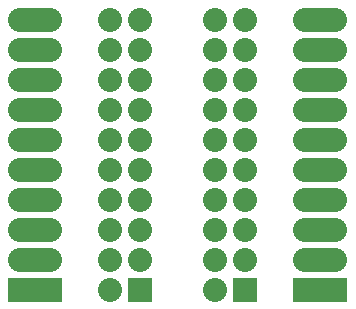
<source format=gts>
G04 (created by PCBNEW-RS274X (2012-01-19 BZR 3256)-stable) date 20/09/2012 17:26:11*
G01*
G70*
G90*
%MOIN*%
G04 Gerber Fmt 3.4, Leading zero omitted, Abs format*
%FSLAX34Y34*%
G04 APERTURE LIST*
%ADD10C,0.006000*%
%ADD11R,0.180000X0.080000*%
%ADD12O,0.180000X0.080000*%
%ADD13C,0.080000*%
%ADD14R,0.080000X0.080000*%
G04 APERTURE END LIST*
G54D10*
G54D11*
X85000Y-64500D03*
G54D12*
X85000Y-63500D03*
X85000Y-62500D03*
X85000Y-61500D03*
X85000Y-60500D03*
X85000Y-59500D03*
X85000Y-58500D03*
X85000Y-57500D03*
X85000Y-56500D03*
X85000Y-55500D03*
G54D11*
X94500Y-64500D03*
G54D12*
X94500Y-63500D03*
X94500Y-62500D03*
X94500Y-61500D03*
X94500Y-60500D03*
X94500Y-59500D03*
X94500Y-58500D03*
X94500Y-57500D03*
X94500Y-56500D03*
X94500Y-55500D03*
G54D13*
X87500Y-64500D03*
X88500Y-63500D03*
G54D14*
X88500Y-64500D03*
G54D13*
X87500Y-63500D03*
X88500Y-62500D03*
X87500Y-62500D03*
X88500Y-61500D03*
X87500Y-61500D03*
X88500Y-60500D03*
X87500Y-60500D03*
X88500Y-59500D03*
X87500Y-59500D03*
X88500Y-58500D03*
X87500Y-58500D03*
X88500Y-57500D03*
X87500Y-57500D03*
X88500Y-56500D03*
X87500Y-56500D03*
X88500Y-55500D03*
X87500Y-55500D03*
X91000Y-64500D03*
X92000Y-63500D03*
G54D14*
X92000Y-64500D03*
G54D13*
X91000Y-63500D03*
X92000Y-62500D03*
X91000Y-62500D03*
X92000Y-61500D03*
X91000Y-61500D03*
X92000Y-60500D03*
X91000Y-60500D03*
X92000Y-59500D03*
X91000Y-59500D03*
X92000Y-58500D03*
X91000Y-58500D03*
X92000Y-57500D03*
X91000Y-57500D03*
X92000Y-56500D03*
X91000Y-56500D03*
X92000Y-55500D03*
X91000Y-55500D03*
M02*

</source>
